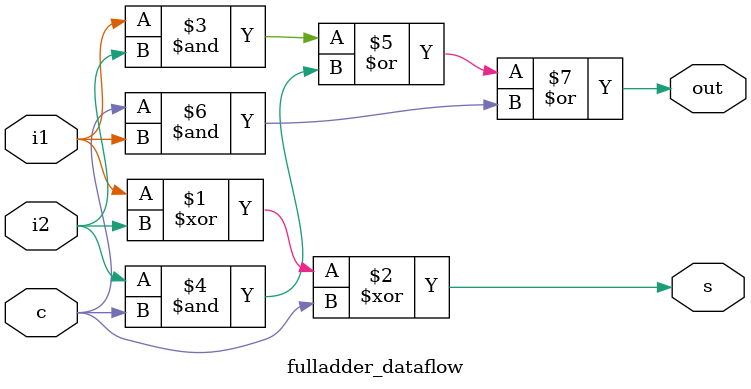
<source format=v>
`timescale 1ns / 1ps
module fulladder_dataflow(
    input i1,i2,c,
    output s, out
    );
assign s = i1^i2^c;
assign out = (i1&i2)|(i2&c)|(c&i1);

endmodule

</source>
